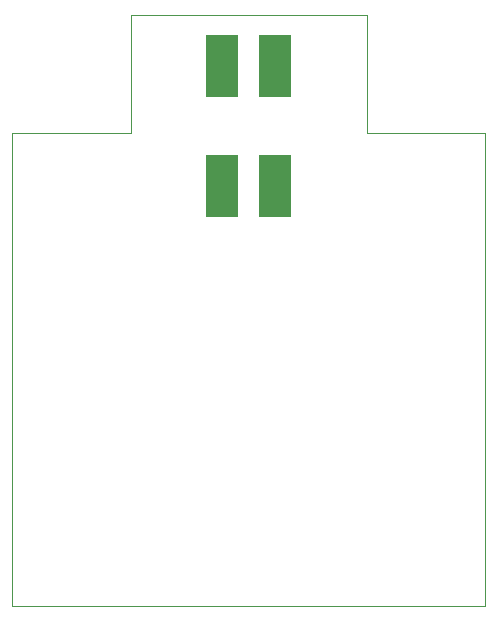
<source format=gbs>
G75*
%MOIN*%
%OFA0B0*%
%FSLAX24Y24*%
%IPPOS*%
%LPD*%
%AMOC8*
5,1,8,0,0,1.08239X$1,22.5*
%
%ADD10C,0.0039*%
%ADD11R,0.1080X0.2080*%
D10*
X001158Y000120D02*
X016906Y000120D01*
X016906Y015868D01*
X012969Y015868D01*
X012969Y019805D01*
X005095Y019805D01*
X005095Y015868D01*
X001158Y015868D01*
X001158Y000120D01*
D11*
X008158Y014120D03*
X009908Y014120D03*
X009908Y018120D03*
X008158Y018120D03*
M02*

</source>
